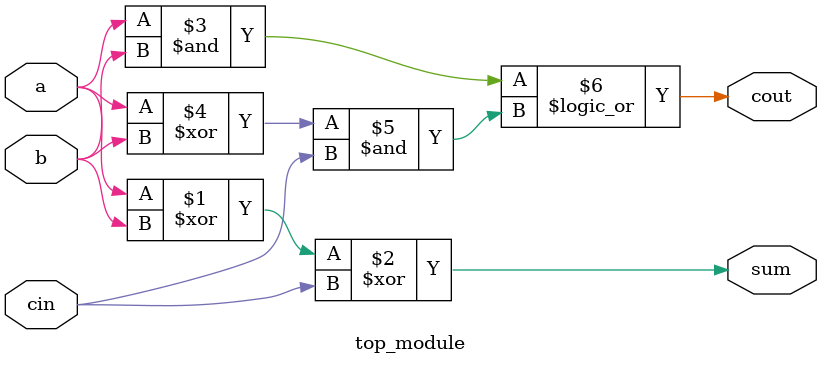
<source format=v>
module top_module( 
    input a, b, cin,
    output cout, sum );
assign sum  = a^b^cin;
    assign cout = (a&b)||((a^b)&cin);
endmodule

</source>
